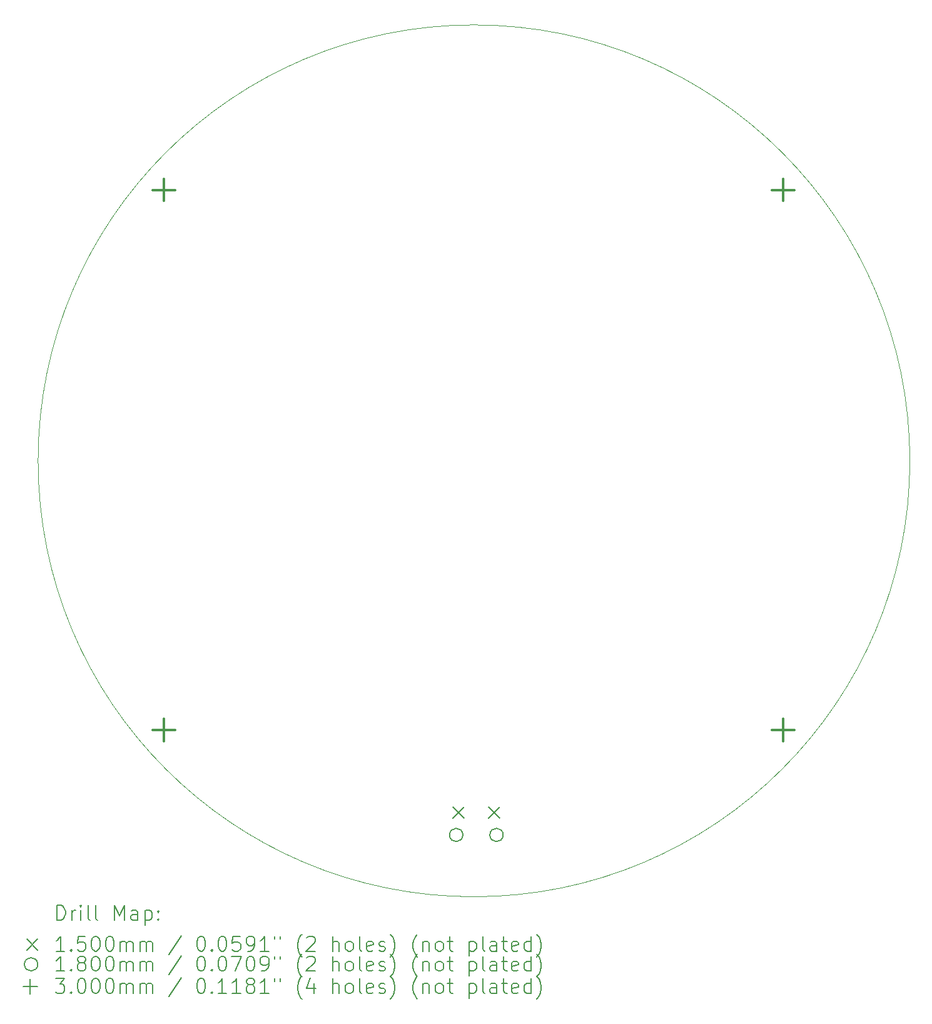
<source format=gbr>
%TF.GenerationSoftware,KiCad,Pcbnew,7.0.9*%
%TF.CreationDate,2023-11-29T17:20:41+01:00*%
%TF.ProjectId,astrasat1,61737472-6173-4617-9431-2e6b69636164,v1*%
%TF.SameCoordinates,Original*%
%TF.FileFunction,Drillmap*%
%TF.FilePolarity,Positive*%
%FSLAX45Y45*%
G04 Gerber Fmt 4.5, Leading zero omitted, Abs format (unit mm)*
G04 Created by KiCad (PCBNEW 7.0.9) date 2023-11-29 17:20:41*
%MOMM*%
%LPD*%
G01*
G04 APERTURE LIST*
%ADD10C,0.100000*%
%ADD11C,0.200000*%
%ADD12C,0.150000*%
%ADD13C,0.180000*%
%ADD14C,0.300000*%
G04 APERTURE END LIST*
D10*
X21081500Y-9436000D02*
G75*
G03*
X21081500Y-9436000I-5900000J0D01*
G01*
D11*
D12*
X14896000Y-14121500D02*
X15046000Y-14271500D01*
X15046000Y-14121500D02*
X14896000Y-14271500D01*
X15381000Y-14121500D02*
X15531000Y-14271500D01*
X15531000Y-14121500D02*
X15381000Y-14271500D01*
D13*
X15031000Y-14499500D02*
G75*
G03*
X15031000Y-14499500I-90000J0D01*
G01*
X15576000Y-14499500D02*
G75*
G03*
X15576000Y-14499500I-90000J0D01*
G01*
D14*
X10985500Y-5619000D02*
X10985500Y-5919000D01*
X10835500Y-5769000D02*
X11135500Y-5769000D01*
X10985500Y-12931000D02*
X10985500Y-13231000D01*
X10835500Y-13081000D02*
X11135500Y-13081000D01*
X19367500Y-5619000D02*
X19367500Y-5919000D01*
X19217500Y-5769000D02*
X19517500Y-5769000D01*
X19367500Y-12931000D02*
X19367500Y-13231000D01*
X19217500Y-13081000D02*
X19517500Y-13081000D01*
D11*
X9537277Y-15652484D02*
X9537277Y-15452484D01*
X9537277Y-15452484D02*
X9584896Y-15452484D01*
X9584896Y-15452484D02*
X9613467Y-15462008D01*
X9613467Y-15462008D02*
X9632515Y-15481055D01*
X9632515Y-15481055D02*
X9642039Y-15500103D01*
X9642039Y-15500103D02*
X9651563Y-15538198D01*
X9651563Y-15538198D02*
X9651563Y-15566769D01*
X9651563Y-15566769D02*
X9642039Y-15604865D01*
X9642039Y-15604865D02*
X9632515Y-15623912D01*
X9632515Y-15623912D02*
X9613467Y-15642960D01*
X9613467Y-15642960D02*
X9584896Y-15652484D01*
X9584896Y-15652484D02*
X9537277Y-15652484D01*
X9737277Y-15652484D02*
X9737277Y-15519150D01*
X9737277Y-15557246D02*
X9746801Y-15538198D01*
X9746801Y-15538198D02*
X9756324Y-15528674D01*
X9756324Y-15528674D02*
X9775372Y-15519150D01*
X9775372Y-15519150D02*
X9794420Y-15519150D01*
X9861086Y-15652484D02*
X9861086Y-15519150D01*
X9861086Y-15452484D02*
X9851563Y-15462008D01*
X9851563Y-15462008D02*
X9861086Y-15471531D01*
X9861086Y-15471531D02*
X9870610Y-15462008D01*
X9870610Y-15462008D02*
X9861086Y-15452484D01*
X9861086Y-15452484D02*
X9861086Y-15471531D01*
X9984896Y-15652484D02*
X9965848Y-15642960D01*
X9965848Y-15642960D02*
X9956324Y-15623912D01*
X9956324Y-15623912D02*
X9956324Y-15452484D01*
X10089658Y-15652484D02*
X10070610Y-15642960D01*
X10070610Y-15642960D02*
X10061086Y-15623912D01*
X10061086Y-15623912D02*
X10061086Y-15452484D01*
X10318229Y-15652484D02*
X10318229Y-15452484D01*
X10318229Y-15452484D02*
X10384896Y-15595341D01*
X10384896Y-15595341D02*
X10451563Y-15452484D01*
X10451563Y-15452484D02*
X10451563Y-15652484D01*
X10632515Y-15652484D02*
X10632515Y-15547722D01*
X10632515Y-15547722D02*
X10622991Y-15528674D01*
X10622991Y-15528674D02*
X10603944Y-15519150D01*
X10603944Y-15519150D02*
X10565848Y-15519150D01*
X10565848Y-15519150D02*
X10546801Y-15528674D01*
X10632515Y-15642960D02*
X10613467Y-15652484D01*
X10613467Y-15652484D02*
X10565848Y-15652484D01*
X10565848Y-15652484D02*
X10546801Y-15642960D01*
X10546801Y-15642960D02*
X10537277Y-15623912D01*
X10537277Y-15623912D02*
X10537277Y-15604865D01*
X10537277Y-15604865D02*
X10546801Y-15585817D01*
X10546801Y-15585817D02*
X10565848Y-15576293D01*
X10565848Y-15576293D02*
X10613467Y-15576293D01*
X10613467Y-15576293D02*
X10632515Y-15566769D01*
X10727753Y-15519150D02*
X10727753Y-15719150D01*
X10727753Y-15528674D02*
X10746801Y-15519150D01*
X10746801Y-15519150D02*
X10784896Y-15519150D01*
X10784896Y-15519150D02*
X10803944Y-15528674D01*
X10803944Y-15528674D02*
X10813467Y-15538198D01*
X10813467Y-15538198D02*
X10822991Y-15557246D01*
X10822991Y-15557246D02*
X10822991Y-15614388D01*
X10822991Y-15614388D02*
X10813467Y-15633436D01*
X10813467Y-15633436D02*
X10803944Y-15642960D01*
X10803944Y-15642960D02*
X10784896Y-15652484D01*
X10784896Y-15652484D02*
X10746801Y-15652484D01*
X10746801Y-15652484D02*
X10727753Y-15642960D01*
X10908705Y-15633436D02*
X10918229Y-15642960D01*
X10918229Y-15642960D02*
X10908705Y-15652484D01*
X10908705Y-15652484D02*
X10899182Y-15642960D01*
X10899182Y-15642960D02*
X10908705Y-15633436D01*
X10908705Y-15633436D02*
X10908705Y-15652484D01*
X10908705Y-15528674D02*
X10918229Y-15538198D01*
X10918229Y-15538198D02*
X10908705Y-15547722D01*
X10908705Y-15547722D02*
X10899182Y-15538198D01*
X10899182Y-15538198D02*
X10908705Y-15528674D01*
X10908705Y-15528674D02*
X10908705Y-15547722D01*
D12*
X9126500Y-15906000D02*
X9276500Y-16056000D01*
X9276500Y-15906000D02*
X9126500Y-16056000D01*
D11*
X9642039Y-16072484D02*
X9527753Y-16072484D01*
X9584896Y-16072484D02*
X9584896Y-15872484D01*
X9584896Y-15872484D02*
X9565848Y-15901055D01*
X9565848Y-15901055D02*
X9546801Y-15920103D01*
X9546801Y-15920103D02*
X9527753Y-15929627D01*
X9727753Y-16053436D02*
X9737277Y-16062960D01*
X9737277Y-16062960D02*
X9727753Y-16072484D01*
X9727753Y-16072484D02*
X9718229Y-16062960D01*
X9718229Y-16062960D02*
X9727753Y-16053436D01*
X9727753Y-16053436D02*
X9727753Y-16072484D01*
X9918229Y-15872484D02*
X9822991Y-15872484D01*
X9822991Y-15872484D02*
X9813467Y-15967722D01*
X9813467Y-15967722D02*
X9822991Y-15958198D01*
X9822991Y-15958198D02*
X9842039Y-15948674D01*
X9842039Y-15948674D02*
X9889658Y-15948674D01*
X9889658Y-15948674D02*
X9908705Y-15958198D01*
X9908705Y-15958198D02*
X9918229Y-15967722D01*
X9918229Y-15967722D02*
X9927753Y-15986769D01*
X9927753Y-15986769D02*
X9927753Y-16034388D01*
X9927753Y-16034388D02*
X9918229Y-16053436D01*
X9918229Y-16053436D02*
X9908705Y-16062960D01*
X9908705Y-16062960D02*
X9889658Y-16072484D01*
X9889658Y-16072484D02*
X9842039Y-16072484D01*
X9842039Y-16072484D02*
X9822991Y-16062960D01*
X9822991Y-16062960D02*
X9813467Y-16053436D01*
X10051563Y-15872484D02*
X10070610Y-15872484D01*
X10070610Y-15872484D02*
X10089658Y-15882008D01*
X10089658Y-15882008D02*
X10099182Y-15891531D01*
X10099182Y-15891531D02*
X10108705Y-15910579D01*
X10108705Y-15910579D02*
X10118229Y-15948674D01*
X10118229Y-15948674D02*
X10118229Y-15996293D01*
X10118229Y-15996293D02*
X10108705Y-16034388D01*
X10108705Y-16034388D02*
X10099182Y-16053436D01*
X10099182Y-16053436D02*
X10089658Y-16062960D01*
X10089658Y-16062960D02*
X10070610Y-16072484D01*
X10070610Y-16072484D02*
X10051563Y-16072484D01*
X10051563Y-16072484D02*
X10032515Y-16062960D01*
X10032515Y-16062960D02*
X10022991Y-16053436D01*
X10022991Y-16053436D02*
X10013467Y-16034388D01*
X10013467Y-16034388D02*
X10003944Y-15996293D01*
X10003944Y-15996293D02*
X10003944Y-15948674D01*
X10003944Y-15948674D02*
X10013467Y-15910579D01*
X10013467Y-15910579D02*
X10022991Y-15891531D01*
X10022991Y-15891531D02*
X10032515Y-15882008D01*
X10032515Y-15882008D02*
X10051563Y-15872484D01*
X10242039Y-15872484D02*
X10261086Y-15872484D01*
X10261086Y-15872484D02*
X10280134Y-15882008D01*
X10280134Y-15882008D02*
X10289658Y-15891531D01*
X10289658Y-15891531D02*
X10299182Y-15910579D01*
X10299182Y-15910579D02*
X10308705Y-15948674D01*
X10308705Y-15948674D02*
X10308705Y-15996293D01*
X10308705Y-15996293D02*
X10299182Y-16034388D01*
X10299182Y-16034388D02*
X10289658Y-16053436D01*
X10289658Y-16053436D02*
X10280134Y-16062960D01*
X10280134Y-16062960D02*
X10261086Y-16072484D01*
X10261086Y-16072484D02*
X10242039Y-16072484D01*
X10242039Y-16072484D02*
X10222991Y-16062960D01*
X10222991Y-16062960D02*
X10213467Y-16053436D01*
X10213467Y-16053436D02*
X10203944Y-16034388D01*
X10203944Y-16034388D02*
X10194420Y-15996293D01*
X10194420Y-15996293D02*
X10194420Y-15948674D01*
X10194420Y-15948674D02*
X10203944Y-15910579D01*
X10203944Y-15910579D02*
X10213467Y-15891531D01*
X10213467Y-15891531D02*
X10222991Y-15882008D01*
X10222991Y-15882008D02*
X10242039Y-15872484D01*
X10394420Y-16072484D02*
X10394420Y-15939150D01*
X10394420Y-15958198D02*
X10403944Y-15948674D01*
X10403944Y-15948674D02*
X10422991Y-15939150D01*
X10422991Y-15939150D02*
X10451563Y-15939150D01*
X10451563Y-15939150D02*
X10470610Y-15948674D01*
X10470610Y-15948674D02*
X10480134Y-15967722D01*
X10480134Y-15967722D02*
X10480134Y-16072484D01*
X10480134Y-15967722D02*
X10489658Y-15948674D01*
X10489658Y-15948674D02*
X10508705Y-15939150D01*
X10508705Y-15939150D02*
X10537277Y-15939150D01*
X10537277Y-15939150D02*
X10556325Y-15948674D01*
X10556325Y-15948674D02*
X10565848Y-15967722D01*
X10565848Y-15967722D02*
X10565848Y-16072484D01*
X10661086Y-16072484D02*
X10661086Y-15939150D01*
X10661086Y-15958198D02*
X10670610Y-15948674D01*
X10670610Y-15948674D02*
X10689658Y-15939150D01*
X10689658Y-15939150D02*
X10718229Y-15939150D01*
X10718229Y-15939150D02*
X10737277Y-15948674D01*
X10737277Y-15948674D02*
X10746801Y-15967722D01*
X10746801Y-15967722D02*
X10746801Y-16072484D01*
X10746801Y-15967722D02*
X10756325Y-15948674D01*
X10756325Y-15948674D02*
X10775372Y-15939150D01*
X10775372Y-15939150D02*
X10803944Y-15939150D01*
X10803944Y-15939150D02*
X10822991Y-15948674D01*
X10822991Y-15948674D02*
X10832515Y-15967722D01*
X10832515Y-15967722D02*
X10832515Y-16072484D01*
X11222991Y-15862960D02*
X11051563Y-16120103D01*
X11480134Y-15872484D02*
X11499182Y-15872484D01*
X11499182Y-15872484D02*
X11518229Y-15882008D01*
X11518229Y-15882008D02*
X11527753Y-15891531D01*
X11527753Y-15891531D02*
X11537277Y-15910579D01*
X11537277Y-15910579D02*
X11546801Y-15948674D01*
X11546801Y-15948674D02*
X11546801Y-15996293D01*
X11546801Y-15996293D02*
X11537277Y-16034388D01*
X11537277Y-16034388D02*
X11527753Y-16053436D01*
X11527753Y-16053436D02*
X11518229Y-16062960D01*
X11518229Y-16062960D02*
X11499182Y-16072484D01*
X11499182Y-16072484D02*
X11480134Y-16072484D01*
X11480134Y-16072484D02*
X11461086Y-16062960D01*
X11461086Y-16062960D02*
X11451563Y-16053436D01*
X11451563Y-16053436D02*
X11442039Y-16034388D01*
X11442039Y-16034388D02*
X11432515Y-15996293D01*
X11432515Y-15996293D02*
X11432515Y-15948674D01*
X11432515Y-15948674D02*
X11442039Y-15910579D01*
X11442039Y-15910579D02*
X11451563Y-15891531D01*
X11451563Y-15891531D02*
X11461086Y-15882008D01*
X11461086Y-15882008D02*
X11480134Y-15872484D01*
X11632515Y-16053436D02*
X11642039Y-16062960D01*
X11642039Y-16062960D02*
X11632515Y-16072484D01*
X11632515Y-16072484D02*
X11622991Y-16062960D01*
X11622991Y-16062960D02*
X11632515Y-16053436D01*
X11632515Y-16053436D02*
X11632515Y-16072484D01*
X11765848Y-15872484D02*
X11784896Y-15872484D01*
X11784896Y-15872484D02*
X11803944Y-15882008D01*
X11803944Y-15882008D02*
X11813467Y-15891531D01*
X11813467Y-15891531D02*
X11822991Y-15910579D01*
X11822991Y-15910579D02*
X11832515Y-15948674D01*
X11832515Y-15948674D02*
X11832515Y-15996293D01*
X11832515Y-15996293D02*
X11822991Y-16034388D01*
X11822991Y-16034388D02*
X11813467Y-16053436D01*
X11813467Y-16053436D02*
X11803944Y-16062960D01*
X11803944Y-16062960D02*
X11784896Y-16072484D01*
X11784896Y-16072484D02*
X11765848Y-16072484D01*
X11765848Y-16072484D02*
X11746801Y-16062960D01*
X11746801Y-16062960D02*
X11737277Y-16053436D01*
X11737277Y-16053436D02*
X11727753Y-16034388D01*
X11727753Y-16034388D02*
X11718229Y-15996293D01*
X11718229Y-15996293D02*
X11718229Y-15948674D01*
X11718229Y-15948674D02*
X11727753Y-15910579D01*
X11727753Y-15910579D02*
X11737277Y-15891531D01*
X11737277Y-15891531D02*
X11746801Y-15882008D01*
X11746801Y-15882008D02*
X11765848Y-15872484D01*
X12013467Y-15872484D02*
X11918229Y-15872484D01*
X11918229Y-15872484D02*
X11908706Y-15967722D01*
X11908706Y-15967722D02*
X11918229Y-15958198D01*
X11918229Y-15958198D02*
X11937277Y-15948674D01*
X11937277Y-15948674D02*
X11984896Y-15948674D01*
X11984896Y-15948674D02*
X12003944Y-15958198D01*
X12003944Y-15958198D02*
X12013467Y-15967722D01*
X12013467Y-15967722D02*
X12022991Y-15986769D01*
X12022991Y-15986769D02*
X12022991Y-16034388D01*
X12022991Y-16034388D02*
X12013467Y-16053436D01*
X12013467Y-16053436D02*
X12003944Y-16062960D01*
X12003944Y-16062960D02*
X11984896Y-16072484D01*
X11984896Y-16072484D02*
X11937277Y-16072484D01*
X11937277Y-16072484D02*
X11918229Y-16062960D01*
X11918229Y-16062960D02*
X11908706Y-16053436D01*
X12118229Y-16072484D02*
X12156325Y-16072484D01*
X12156325Y-16072484D02*
X12175372Y-16062960D01*
X12175372Y-16062960D02*
X12184896Y-16053436D01*
X12184896Y-16053436D02*
X12203944Y-16024865D01*
X12203944Y-16024865D02*
X12213467Y-15986769D01*
X12213467Y-15986769D02*
X12213467Y-15910579D01*
X12213467Y-15910579D02*
X12203944Y-15891531D01*
X12203944Y-15891531D02*
X12194420Y-15882008D01*
X12194420Y-15882008D02*
X12175372Y-15872484D01*
X12175372Y-15872484D02*
X12137277Y-15872484D01*
X12137277Y-15872484D02*
X12118229Y-15882008D01*
X12118229Y-15882008D02*
X12108706Y-15891531D01*
X12108706Y-15891531D02*
X12099182Y-15910579D01*
X12099182Y-15910579D02*
X12099182Y-15958198D01*
X12099182Y-15958198D02*
X12108706Y-15977246D01*
X12108706Y-15977246D02*
X12118229Y-15986769D01*
X12118229Y-15986769D02*
X12137277Y-15996293D01*
X12137277Y-15996293D02*
X12175372Y-15996293D01*
X12175372Y-15996293D02*
X12194420Y-15986769D01*
X12194420Y-15986769D02*
X12203944Y-15977246D01*
X12203944Y-15977246D02*
X12213467Y-15958198D01*
X12403944Y-16072484D02*
X12289658Y-16072484D01*
X12346801Y-16072484D02*
X12346801Y-15872484D01*
X12346801Y-15872484D02*
X12327753Y-15901055D01*
X12327753Y-15901055D02*
X12308706Y-15920103D01*
X12308706Y-15920103D02*
X12289658Y-15929627D01*
X12480134Y-15872484D02*
X12480134Y-15910579D01*
X12556325Y-15872484D02*
X12556325Y-15910579D01*
X12851563Y-16148674D02*
X12842039Y-16139150D01*
X12842039Y-16139150D02*
X12822991Y-16110579D01*
X12822991Y-16110579D02*
X12813468Y-16091531D01*
X12813468Y-16091531D02*
X12803944Y-16062960D01*
X12803944Y-16062960D02*
X12794420Y-16015341D01*
X12794420Y-16015341D02*
X12794420Y-15977246D01*
X12794420Y-15977246D02*
X12803944Y-15929627D01*
X12803944Y-15929627D02*
X12813468Y-15901055D01*
X12813468Y-15901055D02*
X12822991Y-15882008D01*
X12822991Y-15882008D02*
X12842039Y-15853436D01*
X12842039Y-15853436D02*
X12851563Y-15843912D01*
X12918229Y-15891531D02*
X12927753Y-15882008D01*
X12927753Y-15882008D02*
X12946801Y-15872484D01*
X12946801Y-15872484D02*
X12994420Y-15872484D01*
X12994420Y-15872484D02*
X13013468Y-15882008D01*
X13013468Y-15882008D02*
X13022991Y-15891531D01*
X13022991Y-15891531D02*
X13032515Y-15910579D01*
X13032515Y-15910579D02*
X13032515Y-15929627D01*
X13032515Y-15929627D02*
X13022991Y-15958198D01*
X13022991Y-15958198D02*
X12908706Y-16072484D01*
X12908706Y-16072484D02*
X13032515Y-16072484D01*
X13270610Y-16072484D02*
X13270610Y-15872484D01*
X13356325Y-16072484D02*
X13356325Y-15967722D01*
X13356325Y-15967722D02*
X13346801Y-15948674D01*
X13346801Y-15948674D02*
X13327753Y-15939150D01*
X13327753Y-15939150D02*
X13299182Y-15939150D01*
X13299182Y-15939150D02*
X13280134Y-15948674D01*
X13280134Y-15948674D02*
X13270610Y-15958198D01*
X13480134Y-16072484D02*
X13461087Y-16062960D01*
X13461087Y-16062960D02*
X13451563Y-16053436D01*
X13451563Y-16053436D02*
X13442039Y-16034388D01*
X13442039Y-16034388D02*
X13442039Y-15977246D01*
X13442039Y-15977246D02*
X13451563Y-15958198D01*
X13451563Y-15958198D02*
X13461087Y-15948674D01*
X13461087Y-15948674D02*
X13480134Y-15939150D01*
X13480134Y-15939150D02*
X13508706Y-15939150D01*
X13508706Y-15939150D02*
X13527753Y-15948674D01*
X13527753Y-15948674D02*
X13537277Y-15958198D01*
X13537277Y-15958198D02*
X13546801Y-15977246D01*
X13546801Y-15977246D02*
X13546801Y-16034388D01*
X13546801Y-16034388D02*
X13537277Y-16053436D01*
X13537277Y-16053436D02*
X13527753Y-16062960D01*
X13527753Y-16062960D02*
X13508706Y-16072484D01*
X13508706Y-16072484D02*
X13480134Y-16072484D01*
X13661087Y-16072484D02*
X13642039Y-16062960D01*
X13642039Y-16062960D02*
X13632515Y-16043912D01*
X13632515Y-16043912D02*
X13632515Y-15872484D01*
X13813468Y-16062960D02*
X13794420Y-16072484D01*
X13794420Y-16072484D02*
X13756325Y-16072484D01*
X13756325Y-16072484D02*
X13737277Y-16062960D01*
X13737277Y-16062960D02*
X13727753Y-16043912D01*
X13727753Y-16043912D02*
X13727753Y-15967722D01*
X13727753Y-15967722D02*
X13737277Y-15948674D01*
X13737277Y-15948674D02*
X13756325Y-15939150D01*
X13756325Y-15939150D02*
X13794420Y-15939150D01*
X13794420Y-15939150D02*
X13813468Y-15948674D01*
X13813468Y-15948674D02*
X13822991Y-15967722D01*
X13822991Y-15967722D02*
X13822991Y-15986769D01*
X13822991Y-15986769D02*
X13727753Y-16005817D01*
X13899182Y-16062960D02*
X13918230Y-16072484D01*
X13918230Y-16072484D02*
X13956325Y-16072484D01*
X13956325Y-16072484D02*
X13975372Y-16062960D01*
X13975372Y-16062960D02*
X13984896Y-16043912D01*
X13984896Y-16043912D02*
X13984896Y-16034388D01*
X13984896Y-16034388D02*
X13975372Y-16015341D01*
X13975372Y-16015341D02*
X13956325Y-16005817D01*
X13956325Y-16005817D02*
X13927753Y-16005817D01*
X13927753Y-16005817D02*
X13908706Y-15996293D01*
X13908706Y-15996293D02*
X13899182Y-15977246D01*
X13899182Y-15977246D02*
X13899182Y-15967722D01*
X13899182Y-15967722D02*
X13908706Y-15948674D01*
X13908706Y-15948674D02*
X13927753Y-15939150D01*
X13927753Y-15939150D02*
X13956325Y-15939150D01*
X13956325Y-15939150D02*
X13975372Y-15948674D01*
X14051563Y-16148674D02*
X14061087Y-16139150D01*
X14061087Y-16139150D02*
X14080134Y-16110579D01*
X14080134Y-16110579D02*
X14089658Y-16091531D01*
X14089658Y-16091531D02*
X14099182Y-16062960D01*
X14099182Y-16062960D02*
X14108706Y-16015341D01*
X14108706Y-16015341D02*
X14108706Y-15977246D01*
X14108706Y-15977246D02*
X14099182Y-15929627D01*
X14099182Y-15929627D02*
X14089658Y-15901055D01*
X14089658Y-15901055D02*
X14080134Y-15882008D01*
X14080134Y-15882008D02*
X14061087Y-15853436D01*
X14061087Y-15853436D02*
X14051563Y-15843912D01*
X14413468Y-16148674D02*
X14403944Y-16139150D01*
X14403944Y-16139150D02*
X14384896Y-16110579D01*
X14384896Y-16110579D02*
X14375372Y-16091531D01*
X14375372Y-16091531D02*
X14365849Y-16062960D01*
X14365849Y-16062960D02*
X14356325Y-16015341D01*
X14356325Y-16015341D02*
X14356325Y-15977246D01*
X14356325Y-15977246D02*
X14365849Y-15929627D01*
X14365849Y-15929627D02*
X14375372Y-15901055D01*
X14375372Y-15901055D02*
X14384896Y-15882008D01*
X14384896Y-15882008D02*
X14403944Y-15853436D01*
X14403944Y-15853436D02*
X14413468Y-15843912D01*
X14489658Y-15939150D02*
X14489658Y-16072484D01*
X14489658Y-15958198D02*
X14499182Y-15948674D01*
X14499182Y-15948674D02*
X14518230Y-15939150D01*
X14518230Y-15939150D02*
X14546801Y-15939150D01*
X14546801Y-15939150D02*
X14565849Y-15948674D01*
X14565849Y-15948674D02*
X14575372Y-15967722D01*
X14575372Y-15967722D02*
X14575372Y-16072484D01*
X14699182Y-16072484D02*
X14680134Y-16062960D01*
X14680134Y-16062960D02*
X14670611Y-16053436D01*
X14670611Y-16053436D02*
X14661087Y-16034388D01*
X14661087Y-16034388D02*
X14661087Y-15977246D01*
X14661087Y-15977246D02*
X14670611Y-15958198D01*
X14670611Y-15958198D02*
X14680134Y-15948674D01*
X14680134Y-15948674D02*
X14699182Y-15939150D01*
X14699182Y-15939150D02*
X14727753Y-15939150D01*
X14727753Y-15939150D02*
X14746801Y-15948674D01*
X14746801Y-15948674D02*
X14756325Y-15958198D01*
X14756325Y-15958198D02*
X14765849Y-15977246D01*
X14765849Y-15977246D02*
X14765849Y-16034388D01*
X14765849Y-16034388D02*
X14756325Y-16053436D01*
X14756325Y-16053436D02*
X14746801Y-16062960D01*
X14746801Y-16062960D02*
X14727753Y-16072484D01*
X14727753Y-16072484D02*
X14699182Y-16072484D01*
X14822992Y-15939150D02*
X14899182Y-15939150D01*
X14851563Y-15872484D02*
X14851563Y-16043912D01*
X14851563Y-16043912D02*
X14861087Y-16062960D01*
X14861087Y-16062960D02*
X14880134Y-16072484D01*
X14880134Y-16072484D02*
X14899182Y-16072484D01*
X15118230Y-15939150D02*
X15118230Y-16139150D01*
X15118230Y-15948674D02*
X15137277Y-15939150D01*
X15137277Y-15939150D02*
X15175373Y-15939150D01*
X15175373Y-15939150D02*
X15194420Y-15948674D01*
X15194420Y-15948674D02*
X15203944Y-15958198D01*
X15203944Y-15958198D02*
X15213468Y-15977246D01*
X15213468Y-15977246D02*
X15213468Y-16034388D01*
X15213468Y-16034388D02*
X15203944Y-16053436D01*
X15203944Y-16053436D02*
X15194420Y-16062960D01*
X15194420Y-16062960D02*
X15175373Y-16072484D01*
X15175373Y-16072484D02*
X15137277Y-16072484D01*
X15137277Y-16072484D02*
X15118230Y-16062960D01*
X15327753Y-16072484D02*
X15308706Y-16062960D01*
X15308706Y-16062960D02*
X15299182Y-16043912D01*
X15299182Y-16043912D02*
X15299182Y-15872484D01*
X15489658Y-16072484D02*
X15489658Y-15967722D01*
X15489658Y-15967722D02*
X15480134Y-15948674D01*
X15480134Y-15948674D02*
X15461087Y-15939150D01*
X15461087Y-15939150D02*
X15422992Y-15939150D01*
X15422992Y-15939150D02*
X15403944Y-15948674D01*
X15489658Y-16062960D02*
X15470611Y-16072484D01*
X15470611Y-16072484D02*
X15422992Y-16072484D01*
X15422992Y-16072484D02*
X15403944Y-16062960D01*
X15403944Y-16062960D02*
X15394420Y-16043912D01*
X15394420Y-16043912D02*
X15394420Y-16024865D01*
X15394420Y-16024865D02*
X15403944Y-16005817D01*
X15403944Y-16005817D02*
X15422992Y-15996293D01*
X15422992Y-15996293D02*
X15470611Y-15996293D01*
X15470611Y-15996293D02*
X15489658Y-15986769D01*
X15556325Y-15939150D02*
X15632515Y-15939150D01*
X15584896Y-15872484D02*
X15584896Y-16043912D01*
X15584896Y-16043912D02*
X15594420Y-16062960D01*
X15594420Y-16062960D02*
X15613468Y-16072484D01*
X15613468Y-16072484D02*
X15632515Y-16072484D01*
X15775373Y-16062960D02*
X15756325Y-16072484D01*
X15756325Y-16072484D02*
X15718230Y-16072484D01*
X15718230Y-16072484D02*
X15699182Y-16062960D01*
X15699182Y-16062960D02*
X15689658Y-16043912D01*
X15689658Y-16043912D02*
X15689658Y-15967722D01*
X15689658Y-15967722D02*
X15699182Y-15948674D01*
X15699182Y-15948674D02*
X15718230Y-15939150D01*
X15718230Y-15939150D02*
X15756325Y-15939150D01*
X15756325Y-15939150D02*
X15775373Y-15948674D01*
X15775373Y-15948674D02*
X15784896Y-15967722D01*
X15784896Y-15967722D02*
X15784896Y-15986769D01*
X15784896Y-15986769D02*
X15689658Y-16005817D01*
X15956325Y-16072484D02*
X15956325Y-15872484D01*
X15956325Y-16062960D02*
X15937277Y-16072484D01*
X15937277Y-16072484D02*
X15899182Y-16072484D01*
X15899182Y-16072484D02*
X15880134Y-16062960D01*
X15880134Y-16062960D02*
X15870611Y-16053436D01*
X15870611Y-16053436D02*
X15861087Y-16034388D01*
X15861087Y-16034388D02*
X15861087Y-15977246D01*
X15861087Y-15977246D02*
X15870611Y-15958198D01*
X15870611Y-15958198D02*
X15880134Y-15948674D01*
X15880134Y-15948674D02*
X15899182Y-15939150D01*
X15899182Y-15939150D02*
X15937277Y-15939150D01*
X15937277Y-15939150D02*
X15956325Y-15948674D01*
X16032515Y-16148674D02*
X16042039Y-16139150D01*
X16042039Y-16139150D02*
X16061087Y-16110579D01*
X16061087Y-16110579D02*
X16070611Y-16091531D01*
X16070611Y-16091531D02*
X16080134Y-16062960D01*
X16080134Y-16062960D02*
X16089658Y-16015341D01*
X16089658Y-16015341D02*
X16089658Y-15977246D01*
X16089658Y-15977246D02*
X16080134Y-15929627D01*
X16080134Y-15929627D02*
X16070611Y-15901055D01*
X16070611Y-15901055D02*
X16061087Y-15882008D01*
X16061087Y-15882008D02*
X16042039Y-15853436D01*
X16042039Y-15853436D02*
X16032515Y-15843912D01*
D13*
X9276500Y-16251000D02*
G75*
G03*
X9276500Y-16251000I-90000J0D01*
G01*
D11*
X9642039Y-16342484D02*
X9527753Y-16342484D01*
X9584896Y-16342484D02*
X9584896Y-16142484D01*
X9584896Y-16142484D02*
X9565848Y-16171055D01*
X9565848Y-16171055D02*
X9546801Y-16190103D01*
X9546801Y-16190103D02*
X9527753Y-16199627D01*
X9727753Y-16323436D02*
X9737277Y-16332960D01*
X9737277Y-16332960D02*
X9727753Y-16342484D01*
X9727753Y-16342484D02*
X9718229Y-16332960D01*
X9718229Y-16332960D02*
X9727753Y-16323436D01*
X9727753Y-16323436D02*
X9727753Y-16342484D01*
X9851563Y-16228198D02*
X9832515Y-16218674D01*
X9832515Y-16218674D02*
X9822991Y-16209150D01*
X9822991Y-16209150D02*
X9813467Y-16190103D01*
X9813467Y-16190103D02*
X9813467Y-16180579D01*
X9813467Y-16180579D02*
X9822991Y-16161531D01*
X9822991Y-16161531D02*
X9832515Y-16152008D01*
X9832515Y-16152008D02*
X9851563Y-16142484D01*
X9851563Y-16142484D02*
X9889658Y-16142484D01*
X9889658Y-16142484D02*
X9908705Y-16152008D01*
X9908705Y-16152008D02*
X9918229Y-16161531D01*
X9918229Y-16161531D02*
X9927753Y-16180579D01*
X9927753Y-16180579D02*
X9927753Y-16190103D01*
X9927753Y-16190103D02*
X9918229Y-16209150D01*
X9918229Y-16209150D02*
X9908705Y-16218674D01*
X9908705Y-16218674D02*
X9889658Y-16228198D01*
X9889658Y-16228198D02*
X9851563Y-16228198D01*
X9851563Y-16228198D02*
X9832515Y-16237722D01*
X9832515Y-16237722D02*
X9822991Y-16247246D01*
X9822991Y-16247246D02*
X9813467Y-16266293D01*
X9813467Y-16266293D02*
X9813467Y-16304388D01*
X9813467Y-16304388D02*
X9822991Y-16323436D01*
X9822991Y-16323436D02*
X9832515Y-16332960D01*
X9832515Y-16332960D02*
X9851563Y-16342484D01*
X9851563Y-16342484D02*
X9889658Y-16342484D01*
X9889658Y-16342484D02*
X9908705Y-16332960D01*
X9908705Y-16332960D02*
X9918229Y-16323436D01*
X9918229Y-16323436D02*
X9927753Y-16304388D01*
X9927753Y-16304388D02*
X9927753Y-16266293D01*
X9927753Y-16266293D02*
X9918229Y-16247246D01*
X9918229Y-16247246D02*
X9908705Y-16237722D01*
X9908705Y-16237722D02*
X9889658Y-16228198D01*
X10051563Y-16142484D02*
X10070610Y-16142484D01*
X10070610Y-16142484D02*
X10089658Y-16152008D01*
X10089658Y-16152008D02*
X10099182Y-16161531D01*
X10099182Y-16161531D02*
X10108705Y-16180579D01*
X10108705Y-16180579D02*
X10118229Y-16218674D01*
X10118229Y-16218674D02*
X10118229Y-16266293D01*
X10118229Y-16266293D02*
X10108705Y-16304388D01*
X10108705Y-16304388D02*
X10099182Y-16323436D01*
X10099182Y-16323436D02*
X10089658Y-16332960D01*
X10089658Y-16332960D02*
X10070610Y-16342484D01*
X10070610Y-16342484D02*
X10051563Y-16342484D01*
X10051563Y-16342484D02*
X10032515Y-16332960D01*
X10032515Y-16332960D02*
X10022991Y-16323436D01*
X10022991Y-16323436D02*
X10013467Y-16304388D01*
X10013467Y-16304388D02*
X10003944Y-16266293D01*
X10003944Y-16266293D02*
X10003944Y-16218674D01*
X10003944Y-16218674D02*
X10013467Y-16180579D01*
X10013467Y-16180579D02*
X10022991Y-16161531D01*
X10022991Y-16161531D02*
X10032515Y-16152008D01*
X10032515Y-16152008D02*
X10051563Y-16142484D01*
X10242039Y-16142484D02*
X10261086Y-16142484D01*
X10261086Y-16142484D02*
X10280134Y-16152008D01*
X10280134Y-16152008D02*
X10289658Y-16161531D01*
X10289658Y-16161531D02*
X10299182Y-16180579D01*
X10299182Y-16180579D02*
X10308705Y-16218674D01*
X10308705Y-16218674D02*
X10308705Y-16266293D01*
X10308705Y-16266293D02*
X10299182Y-16304388D01*
X10299182Y-16304388D02*
X10289658Y-16323436D01*
X10289658Y-16323436D02*
X10280134Y-16332960D01*
X10280134Y-16332960D02*
X10261086Y-16342484D01*
X10261086Y-16342484D02*
X10242039Y-16342484D01*
X10242039Y-16342484D02*
X10222991Y-16332960D01*
X10222991Y-16332960D02*
X10213467Y-16323436D01*
X10213467Y-16323436D02*
X10203944Y-16304388D01*
X10203944Y-16304388D02*
X10194420Y-16266293D01*
X10194420Y-16266293D02*
X10194420Y-16218674D01*
X10194420Y-16218674D02*
X10203944Y-16180579D01*
X10203944Y-16180579D02*
X10213467Y-16161531D01*
X10213467Y-16161531D02*
X10222991Y-16152008D01*
X10222991Y-16152008D02*
X10242039Y-16142484D01*
X10394420Y-16342484D02*
X10394420Y-16209150D01*
X10394420Y-16228198D02*
X10403944Y-16218674D01*
X10403944Y-16218674D02*
X10422991Y-16209150D01*
X10422991Y-16209150D02*
X10451563Y-16209150D01*
X10451563Y-16209150D02*
X10470610Y-16218674D01*
X10470610Y-16218674D02*
X10480134Y-16237722D01*
X10480134Y-16237722D02*
X10480134Y-16342484D01*
X10480134Y-16237722D02*
X10489658Y-16218674D01*
X10489658Y-16218674D02*
X10508705Y-16209150D01*
X10508705Y-16209150D02*
X10537277Y-16209150D01*
X10537277Y-16209150D02*
X10556325Y-16218674D01*
X10556325Y-16218674D02*
X10565848Y-16237722D01*
X10565848Y-16237722D02*
X10565848Y-16342484D01*
X10661086Y-16342484D02*
X10661086Y-16209150D01*
X10661086Y-16228198D02*
X10670610Y-16218674D01*
X10670610Y-16218674D02*
X10689658Y-16209150D01*
X10689658Y-16209150D02*
X10718229Y-16209150D01*
X10718229Y-16209150D02*
X10737277Y-16218674D01*
X10737277Y-16218674D02*
X10746801Y-16237722D01*
X10746801Y-16237722D02*
X10746801Y-16342484D01*
X10746801Y-16237722D02*
X10756325Y-16218674D01*
X10756325Y-16218674D02*
X10775372Y-16209150D01*
X10775372Y-16209150D02*
X10803944Y-16209150D01*
X10803944Y-16209150D02*
X10822991Y-16218674D01*
X10822991Y-16218674D02*
X10832515Y-16237722D01*
X10832515Y-16237722D02*
X10832515Y-16342484D01*
X11222991Y-16132960D02*
X11051563Y-16390103D01*
X11480134Y-16142484D02*
X11499182Y-16142484D01*
X11499182Y-16142484D02*
X11518229Y-16152008D01*
X11518229Y-16152008D02*
X11527753Y-16161531D01*
X11527753Y-16161531D02*
X11537277Y-16180579D01*
X11537277Y-16180579D02*
X11546801Y-16218674D01*
X11546801Y-16218674D02*
X11546801Y-16266293D01*
X11546801Y-16266293D02*
X11537277Y-16304388D01*
X11537277Y-16304388D02*
X11527753Y-16323436D01*
X11527753Y-16323436D02*
X11518229Y-16332960D01*
X11518229Y-16332960D02*
X11499182Y-16342484D01*
X11499182Y-16342484D02*
X11480134Y-16342484D01*
X11480134Y-16342484D02*
X11461086Y-16332960D01*
X11461086Y-16332960D02*
X11451563Y-16323436D01*
X11451563Y-16323436D02*
X11442039Y-16304388D01*
X11442039Y-16304388D02*
X11432515Y-16266293D01*
X11432515Y-16266293D02*
X11432515Y-16218674D01*
X11432515Y-16218674D02*
X11442039Y-16180579D01*
X11442039Y-16180579D02*
X11451563Y-16161531D01*
X11451563Y-16161531D02*
X11461086Y-16152008D01*
X11461086Y-16152008D02*
X11480134Y-16142484D01*
X11632515Y-16323436D02*
X11642039Y-16332960D01*
X11642039Y-16332960D02*
X11632515Y-16342484D01*
X11632515Y-16342484D02*
X11622991Y-16332960D01*
X11622991Y-16332960D02*
X11632515Y-16323436D01*
X11632515Y-16323436D02*
X11632515Y-16342484D01*
X11765848Y-16142484D02*
X11784896Y-16142484D01*
X11784896Y-16142484D02*
X11803944Y-16152008D01*
X11803944Y-16152008D02*
X11813467Y-16161531D01*
X11813467Y-16161531D02*
X11822991Y-16180579D01*
X11822991Y-16180579D02*
X11832515Y-16218674D01*
X11832515Y-16218674D02*
X11832515Y-16266293D01*
X11832515Y-16266293D02*
X11822991Y-16304388D01*
X11822991Y-16304388D02*
X11813467Y-16323436D01*
X11813467Y-16323436D02*
X11803944Y-16332960D01*
X11803944Y-16332960D02*
X11784896Y-16342484D01*
X11784896Y-16342484D02*
X11765848Y-16342484D01*
X11765848Y-16342484D02*
X11746801Y-16332960D01*
X11746801Y-16332960D02*
X11737277Y-16323436D01*
X11737277Y-16323436D02*
X11727753Y-16304388D01*
X11727753Y-16304388D02*
X11718229Y-16266293D01*
X11718229Y-16266293D02*
X11718229Y-16218674D01*
X11718229Y-16218674D02*
X11727753Y-16180579D01*
X11727753Y-16180579D02*
X11737277Y-16161531D01*
X11737277Y-16161531D02*
X11746801Y-16152008D01*
X11746801Y-16152008D02*
X11765848Y-16142484D01*
X11899182Y-16142484D02*
X12032515Y-16142484D01*
X12032515Y-16142484D02*
X11946801Y-16342484D01*
X12146801Y-16142484D02*
X12165848Y-16142484D01*
X12165848Y-16142484D02*
X12184896Y-16152008D01*
X12184896Y-16152008D02*
X12194420Y-16161531D01*
X12194420Y-16161531D02*
X12203944Y-16180579D01*
X12203944Y-16180579D02*
X12213467Y-16218674D01*
X12213467Y-16218674D02*
X12213467Y-16266293D01*
X12213467Y-16266293D02*
X12203944Y-16304388D01*
X12203944Y-16304388D02*
X12194420Y-16323436D01*
X12194420Y-16323436D02*
X12184896Y-16332960D01*
X12184896Y-16332960D02*
X12165848Y-16342484D01*
X12165848Y-16342484D02*
X12146801Y-16342484D01*
X12146801Y-16342484D02*
X12127753Y-16332960D01*
X12127753Y-16332960D02*
X12118229Y-16323436D01*
X12118229Y-16323436D02*
X12108706Y-16304388D01*
X12108706Y-16304388D02*
X12099182Y-16266293D01*
X12099182Y-16266293D02*
X12099182Y-16218674D01*
X12099182Y-16218674D02*
X12108706Y-16180579D01*
X12108706Y-16180579D02*
X12118229Y-16161531D01*
X12118229Y-16161531D02*
X12127753Y-16152008D01*
X12127753Y-16152008D02*
X12146801Y-16142484D01*
X12308706Y-16342484D02*
X12346801Y-16342484D01*
X12346801Y-16342484D02*
X12365848Y-16332960D01*
X12365848Y-16332960D02*
X12375372Y-16323436D01*
X12375372Y-16323436D02*
X12394420Y-16294865D01*
X12394420Y-16294865D02*
X12403944Y-16256769D01*
X12403944Y-16256769D02*
X12403944Y-16180579D01*
X12403944Y-16180579D02*
X12394420Y-16161531D01*
X12394420Y-16161531D02*
X12384896Y-16152008D01*
X12384896Y-16152008D02*
X12365848Y-16142484D01*
X12365848Y-16142484D02*
X12327753Y-16142484D01*
X12327753Y-16142484D02*
X12308706Y-16152008D01*
X12308706Y-16152008D02*
X12299182Y-16161531D01*
X12299182Y-16161531D02*
X12289658Y-16180579D01*
X12289658Y-16180579D02*
X12289658Y-16228198D01*
X12289658Y-16228198D02*
X12299182Y-16247246D01*
X12299182Y-16247246D02*
X12308706Y-16256769D01*
X12308706Y-16256769D02*
X12327753Y-16266293D01*
X12327753Y-16266293D02*
X12365848Y-16266293D01*
X12365848Y-16266293D02*
X12384896Y-16256769D01*
X12384896Y-16256769D02*
X12394420Y-16247246D01*
X12394420Y-16247246D02*
X12403944Y-16228198D01*
X12480134Y-16142484D02*
X12480134Y-16180579D01*
X12556325Y-16142484D02*
X12556325Y-16180579D01*
X12851563Y-16418674D02*
X12842039Y-16409150D01*
X12842039Y-16409150D02*
X12822991Y-16380579D01*
X12822991Y-16380579D02*
X12813468Y-16361531D01*
X12813468Y-16361531D02*
X12803944Y-16332960D01*
X12803944Y-16332960D02*
X12794420Y-16285341D01*
X12794420Y-16285341D02*
X12794420Y-16247246D01*
X12794420Y-16247246D02*
X12803944Y-16199627D01*
X12803944Y-16199627D02*
X12813468Y-16171055D01*
X12813468Y-16171055D02*
X12822991Y-16152008D01*
X12822991Y-16152008D02*
X12842039Y-16123436D01*
X12842039Y-16123436D02*
X12851563Y-16113912D01*
X12918229Y-16161531D02*
X12927753Y-16152008D01*
X12927753Y-16152008D02*
X12946801Y-16142484D01*
X12946801Y-16142484D02*
X12994420Y-16142484D01*
X12994420Y-16142484D02*
X13013468Y-16152008D01*
X13013468Y-16152008D02*
X13022991Y-16161531D01*
X13022991Y-16161531D02*
X13032515Y-16180579D01*
X13032515Y-16180579D02*
X13032515Y-16199627D01*
X13032515Y-16199627D02*
X13022991Y-16228198D01*
X13022991Y-16228198D02*
X12908706Y-16342484D01*
X12908706Y-16342484D02*
X13032515Y-16342484D01*
X13270610Y-16342484D02*
X13270610Y-16142484D01*
X13356325Y-16342484D02*
X13356325Y-16237722D01*
X13356325Y-16237722D02*
X13346801Y-16218674D01*
X13346801Y-16218674D02*
X13327753Y-16209150D01*
X13327753Y-16209150D02*
X13299182Y-16209150D01*
X13299182Y-16209150D02*
X13280134Y-16218674D01*
X13280134Y-16218674D02*
X13270610Y-16228198D01*
X13480134Y-16342484D02*
X13461087Y-16332960D01*
X13461087Y-16332960D02*
X13451563Y-16323436D01*
X13451563Y-16323436D02*
X13442039Y-16304388D01*
X13442039Y-16304388D02*
X13442039Y-16247246D01*
X13442039Y-16247246D02*
X13451563Y-16228198D01*
X13451563Y-16228198D02*
X13461087Y-16218674D01*
X13461087Y-16218674D02*
X13480134Y-16209150D01*
X13480134Y-16209150D02*
X13508706Y-16209150D01*
X13508706Y-16209150D02*
X13527753Y-16218674D01*
X13527753Y-16218674D02*
X13537277Y-16228198D01*
X13537277Y-16228198D02*
X13546801Y-16247246D01*
X13546801Y-16247246D02*
X13546801Y-16304388D01*
X13546801Y-16304388D02*
X13537277Y-16323436D01*
X13537277Y-16323436D02*
X13527753Y-16332960D01*
X13527753Y-16332960D02*
X13508706Y-16342484D01*
X13508706Y-16342484D02*
X13480134Y-16342484D01*
X13661087Y-16342484D02*
X13642039Y-16332960D01*
X13642039Y-16332960D02*
X13632515Y-16313912D01*
X13632515Y-16313912D02*
X13632515Y-16142484D01*
X13813468Y-16332960D02*
X13794420Y-16342484D01*
X13794420Y-16342484D02*
X13756325Y-16342484D01*
X13756325Y-16342484D02*
X13737277Y-16332960D01*
X13737277Y-16332960D02*
X13727753Y-16313912D01*
X13727753Y-16313912D02*
X13727753Y-16237722D01*
X13727753Y-16237722D02*
X13737277Y-16218674D01*
X13737277Y-16218674D02*
X13756325Y-16209150D01*
X13756325Y-16209150D02*
X13794420Y-16209150D01*
X13794420Y-16209150D02*
X13813468Y-16218674D01*
X13813468Y-16218674D02*
X13822991Y-16237722D01*
X13822991Y-16237722D02*
X13822991Y-16256769D01*
X13822991Y-16256769D02*
X13727753Y-16275817D01*
X13899182Y-16332960D02*
X13918230Y-16342484D01*
X13918230Y-16342484D02*
X13956325Y-16342484D01*
X13956325Y-16342484D02*
X13975372Y-16332960D01*
X13975372Y-16332960D02*
X13984896Y-16313912D01*
X13984896Y-16313912D02*
X13984896Y-16304388D01*
X13984896Y-16304388D02*
X13975372Y-16285341D01*
X13975372Y-16285341D02*
X13956325Y-16275817D01*
X13956325Y-16275817D02*
X13927753Y-16275817D01*
X13927753Y-16275817D02*
X13908706Y-16266293D01*
X13908706Y-16266293D02*
X13899182Y-16247246D01*
X13899182Y-16247246D02*
X13899182Y-16237722D01*
X13899182Y-16237722D02*
X13908706Y-16218674D01*
X13908706Y-16218674D02*
X13927753Y-16209150D01*
X13927753Y-16209150D02*
X13956325Y-16209150D01*
X13956325Y-16209150D02*
X13975372Y-16218674D01*
X14051563Y-16418674D02*
X14061087Y-16409150D01*
X14061087Y-16409150D02*
X14080134Y-16380579D01*
X14080134Y-16380579D02*
X14089658Y-16361531D01*
X14089658Y-16361531D02*
X14099182Y-16332960D01*
X14099182Y-16332960D02*
X14108706Y-16285341D01*
X14108706Y-16285341D02*
X14108706Y-16247246D01*
X14108706Y-16247246D02*
X14099182Y-16199627D01*
X14099182Y-16199627D02*
X14089658Y-16171055D01*
X14089658Y-16171055D02*
X14080134Y-16152008D01*
X14080134Y-16152008D02*
X14061087Y-16123436D01*
X14061087Y-16123436D02*
X14051563Y-16113912D01*
X14413468Y-16418674D02*
X14403944Y-16409150D01*
X14403944Y-16409150D02*
X14384896Y-16380579D01*
X14384896Y-16380579D02*
X14375372Y-16361531D01*
X14375372Y-16361531D02*
X14365849Y-16332960D01*
X14365849Y-16332960D02*
X14356325Y-16285341D01*
X14356325Y-16285341D02*
X14356325Y-16247246D01*
X14356325Y-16247246D02*
X14365849Y-16199627D01*
X14365849Y-16199627D02*
X14375372Y-16171055D01*
X14375372Y-16171055D02*
X14384896Y-16152008D01*
X14384896Y-16152008D02*
X14403944Y-16123436D01*
X14403944Y-16123436D02*
X14413468Y-16113912D01*
X14489658Y-16209150D02*
X14489658Y-16342484D01*
X14489658Y-16228198D02*
X14499182Y-16218674D01*
X14499182Y-16218674D02*
X14518230Y-16209150D01*
X14518230Y-16209150D02*
X14546801Y-16209150D01*
X14546801Y-16209150D02*
X14565849Y-16218674D01*
X14565849Y-16218674D02*
X14575372Y-16237722D01*
X14575372Y-16237722D02*
X14575372Y-16342484D01*
X14699182Y-16342484D02*
X14680134Y-16332960D01*
X14680134Y-16332960D02*
X14670611Y-16323436D01*
X14670611Y-16323436D02*
X14661087Y-16304388D01*
X14661087Y-16304388D02*
X14661087Y-16247246D01*
X14661087Y-16247246D02*
X14670611Y-16228198D01*
X14670611Y-16228198D02*
X14680134Y-16218674D01*
X14680134Y-16218674D02*
X14699182Y-16209150D01*
X14699182Y-16209150D02*
X14727753Y-16209150D01*
X14727753Y-16209150D02*
X14746801Y-16218674D01*
X14746801Y-16218674D02*
X14756325Y-16228198D01*
X14756325Y-16228198D02*
X14765849Y-16247246D01*
X14765849Y-16247246D02*
X14765849Y-16304388D01*
X14765849Y-16304388D02*
X14756325Y-16323436D01*
X14756325Y-16323436D02*
X14746801Y-16332960D01*
X14746801Y-16332960D02*
X14727753Y-16342484D01*
X14727753Y-16342484D02*
X14699182Y-16342484D01*
X14822992Y-16209150D02*
X14899182Y-16209150D01*
X14851563Y-16142484D02*
X14851563Y-16313912D01*
X14851563Y-16313912D02*
X14861087Y-16332960D01*
X14861087Y-16332960D02*
X14880134Y-16342484D01*
X14880134Y-16342484D02*
X14899182Y-16342484D01*
X15118230Y-16209150D02*
X15118230Y-16409150D01*
X15118230Y-16218674D02*
X15137277Y-16209150D01*
X15137277Y-16209150D02*
X15175373Y-16209150D01*
X15175373Y-16209150D02*
X15194420Y-16218674D01*
X15194420Y-16218674D02*
X15203944Y-16228198D01*
X15203944Y-16228198D02*
X15213468Y-16247246D01*
X15213468Y-16247246D02*
X15213468Y-16304388D01*
X15213468Y-16304388D02*
X15203944Y-16323436D01*
X15203944Y-16323436D02*
X15194420Y-16332960D01*
X15194420Y-16332960D02*
X15175373Y-16342484D01*
X15175373Y-16342484D02*
X15137277Y-16342484D01*
X15137277Y-16342484D02*
X15118230Y-16332960D01*
X15327753Y-16342484D02*
X15308706Y-16332960D01*
X15308706Y-16332960D02*
X15299182Y-16313912D01*
X15299182Y-16313912D02*
X15299182Y-16142484D01*
X15489658Y-16342484D02*
X15489658Y-16237722D01*
X15489658Y-16237722D02*
X15480134Y-16218674D01*
X15480134Y-16218674D02*
X15461087Y-16209150D01*
X15461087Y-16209150D02*
X15422992Y-16209150D01*
X15422992Y-16209150D02*
X15403944Y-16218674D01*
X15489658Y-16332960D02*
X15470611Y-16342484D01*
X15470611Y-16342484D02*
X15422992Y-16342484D01*
X15422992Y-16342484D02*
X15403944Y-16332960D01*
X15403944Y-16332960D02*
X15394420Y-16313912D01*
X15394420Y-16313912D02*
X15394420Y-16294865D01*
X15394420Y-16294865D02*
X15403944Y-16275817D01*
X15403944Y-16275817D02*
X15422992Y-16266293D01*
X15422992Y-16266293D02*
X15470611Y-16266293D01*
X15470611Y-16266293D02*
X15489658Y-16256769D01*
X15556325Y-16209150D02*
X15632515Y-16209150D01*
X15584896Y-16142484D02*
X15584896Y-16313912D01*
X15584896Y-16313912D02*
X15594420Y-16332960D01*
X15594420Y-16332960D02*
X15613468Y-16342484D01*
X15613468Y-16342484D02*
X15632515Y-16342484D01*
X15775373Y-16332960D02*
X15756325Y-16342484D01*
X15756325Y-16342484D02*
X15718230Y-16342484D01*
X15718230Y-16342484D02*
X15699182Y-16332960D01*
X15699182Y-16332960D02*
X15689658Y-16313912D01*
X15689658Y-16313912D02*
X15689658Y-16237722D01*
X15689658Y-16237722D02*
X15699182Y-16218674D01*
X15699182Y-16218674D02*
X15718230Y-16209150D01*
X15718230Y-16209150D02*
X15756325Y-16209150D01*
X15756325Y-16209150D02*
X15775373Y-16218674D01*
X15775373Y-16218674D02*
X15784896Y-16237722D01*
X15784896Y-16237722D02*
X15784896Y-16256769D01*
X15784896Y-16256769D02*
X15689658Y-16275817D01*
X15956325Y-16342484D02*
X15956325Y-16142484D01*
X15956325Y-16332960D02*
X15937277Y-16342484D01*
X15937277Y-16342484D02*
X15899182Y-16342484D01*
X15899182Y-16342484D02*
X15880134Y-16332960D01*
X15880134Y-16332960D02*
X15870611Y-16323436D01*
X15870611Y-16323436D02*
X15861087Y-16304388D01*
X15861087Y-16304388D02*
X15861087Y-16247246D01*
X15861087Y-16247246D02*
X15870611Y-16228198D01*
X15870611Y-16228198D02*
X15880134Y-16218674D01*
X15880134Y-16218674D02*
X15899182Y-16209150D01*
X15899182Y-16209150D02*
X15937277Y-16209150D01*
X15937277Y-16209150D02*
X15956325Y-16218674D01*
X16032515Y-16418674D02*
X16042039Y-16409150D01*
X16042039Y-16409150D02*
X16061087Y-16380579D01*
X16061087Y-16380579D02*
X16070611Y-16361531D01*
X16070611Y-16361531D02*
X16080134Y-16332960D01*
X16080134Y-16332960D02*
X16089658Y-16285341D01*
X16089658Y-16285341D02*
X16089658Y-16247246D01*
X16089658Y-16247246D02*
X16080134Y-16199627D01*
X16080134Y-16199627D02*
X16070611Y-16171055D01*
X16070611Y-16171055D02*
X16061087Y-16152008D01*
X16061087Y-16152008D02*
X16042039Y-16123436D01*
X16042039Y-16123436D02*
X16032515Y-16113912D01*
X9176500Y-16451000D02*
X9176500Y-16651000D01*
X9076500Y-16551000D02*
X9276500Y-16551000D01*
X9518229Y-16442484D02*
X9642039Y-16442484D01*
X9642039Y-16442484D02*
X9575372Y-16518674D01*
X9575372Y-16518674D02*
X9603944Y-16518674D01*
X9603944Y-16518674D02*
X9622991Y-16528198D01*
X9622991Y-16528198D02*
X9632515Y-16537722D01*
X9632515Y-16537722D02*
X9642039Y-16556769D01*
X9642039Y-16556769D02*
X9642039Y-16604388D01*
X9642039Y-16604388D02*
X9632515Y-16623436D01*
X9632515Y-16623436D02*
X9622991Y-16632960D01*
X9622991Y-16632960D02*
X9603944Y-16642484D01*
X9603944Y-16642484D02*
X9546801Y-16642484D01*
X9546801Y-16642484D02*
X9527753Y-16632960D01*
X9527753Y-16632960D02*
X9518229Y-16623436D01*
X9727753Y-16623436D02*
X9737277Y-16632960D01*
X9737277Y-16632960D02*
X9727753Y-16642484D01*
X9727753Y-16642484D02*
X9718229Y-16632960D01*
X9718229Y-16632960D02*
X9727753Y-16623436D01*
X9727753Y-16623436D02*
X9727753Y-16642484D01*
X9861086Y-16442484D02*
X9880134Y-16442484D01*
X9880134Y-16442484D02*
X9899182Y-16452008D01*
X9899182Y-16452008D02*
X9908705Y-16461531D01*
X9908705Y-16461531D02*
X9918229Y-16480579D01*
X9918229Y-16480579D02*
X9927753Y-16518674D01*
X9927753Y-16518674D02*
X9927753Y-16566293D01*
X9927753Y-16566293D02*
X9918229Y-16604388D01*
X9918229Y-16604388D02*
X9908705Y-16623436D01*
X9908705Y-16623436D02*
X9899182Y-16632960D01*
X9899182Y-16632960D02*
X9880134Y-16642484D01*
X9880134Y-16642484D02*
X9861086Y-16642484D01*
X9861086Y-16642484D02*
X9842039Y-16632960D01*
X9842039Y-16632960D02*
X9832515Y-16623436D01*
X9832515Y-16623436D02*
X9822991Y-16604388D01*
X9822991Y-16604388D02*
X9813467Y-16566293D01*
X9813467Y-16566293D02*
X9813467Y-16518674D01*
X9813467Y-16518674D02*
X9822991Y-16480579D01*
X9822991Y-16480579D02*
X9832515Y-16461531D01*
X9832515Y-16461531D02*
X9842039Y-16452008D01*
X9842039Y-16452008D02*
X9861086Y-16442484D01*
X10051563Y-16442484D02*
X10070610Y-16442484D01*
X10070610Y-16442484D02*
X10089658Y-16452008D01*
X10089658Y-16452008D02*
X10099182Y-16461531D01*
X10099182Y-16461531D02*
X10108705Y-16480579D01*
X10108705Y-16480579D02*
X10118229Y-16518674D01*
X10118229Y-16518674D02*
X10118229Y-16566293D01*
X10118229Y-16566293D02*
X10108705Y-16604388D01*
X10108705Y-16604388D02*
X10099182Y-16623436D01*
X10099182Y-16623436D02*
X10089658Y-16632960D01*
X10089658Y-16632960D02*
X10070610Y-16642484D01*
X10070610Y-16642484D02*
X10051563Y-16642484D01*
X10051563Y-16642484D02*
X10032515Y-16632960D01*
X10032515Y-16632960D02*
X10022991Y-16623436D01*
X10022991Y-16623436D02*
X10013467Y-16604388D01*
X10013467Y-16604388D02*
X10003944Y-16566293D01*
X10003944Y-16566293D02*
X10003944Y-16518674D01*
X10003944Y-16518674D02*
X10013467Y-16480579D01*
X10013467Y-16480579D02*
X10022991Y-16461531D01*
X10022991Y-16461531D02*
X10032515Y-16452008D01*
X10032515Y-16452008D02*
X10051563Y-16442484D01*
X10242039Y-16442484D02*
X10261086Y-16442484D01*
X10261086Y-16442484D02*
X10280134Y-16452008D01*
X10280134Y-16452008D02*
X10289658Y-16461531D01*
X10289658Y-16461531D02*
X10299182Y-16480579D01*
X10299182Y-16480579D02*
X10308705Y-16518674D01*
X10308705Y-16518674D02*
X10308705Y-16566293D01*
X10308705Y-16566293D02*
X10299182Y-16604388D01*
X10299182Y-16604388D02*
X10289658Y-16623436D01*
X10289658Y-16623436D02*
X10280134Y-16632960D01*
X10280134Y-16632960D02*
X10261086Y-16642484D01*
X10261086Y-16642484D02*
X10242039Y-16642484D01*
X10242039Y-16642484D02*
X10222991Y-16632960D01*
X10222991Y-16632960D02*
X10213467Y-16623436D01*
X10213467Y-16623436D02*
X10203944Y-16604388D01*
X10203944Y-16604388D02*
X10194420Y-16566293D01*
X10194420Y-16566293D02*
X10194420Y-16518674D01*
X10194420Y-16518674D02*
X10203944Y-16480579D01*
X10203944Y-16480579D02*
X10213467Y-16461531D01*
X10213467Y-16461531D02*
X10222991Y-16452008D01*
X10222991Y-16452008D02*
X10242039Y-16442484D01*
X10394420Y-16642484D02*
X10394420Y-16509150D01*
X10394420Y-16528198D02*
X10403944Y-16518674D01*
X10403944Y-16518674D02*
X10422991Y-16509150D01*
X10422991Y-16509150D02*
X10451563Y-16509150D01*
X10451563Y-16509150D02*
X10470610Y-16518674D01*
X10470610Y-16518674D02*
X10480134Y-16537722D01*
X10480134Y-16537722D02*
X10480134Y-16642484D01*
X10480134Y-16537722D02*
X10489658Y-16518674D01*
X10489658Y-16518674D02*
X10508705Y-16509150D01*
X10508705Y-16509150D02*
X10537277Y-16509150D01*
X10537277Y-16509150D02*
X10556325Y-16518674D01*
X10556325Y-16518674D02*
X10565848Y-16537722D01*
X10565848Y-16537722D02*
X10565848Y-16642484D01*
X10661086Y-16642484D02*
X10661086Y-16509150D01*
X10661086Y-16528198D02*
X10670610Y-16518674D01*
X10670610Y-16518674D02*
X10689658Y-16509150D01*
X10689658Y-16509150D02*
X10718229Y-16509150D01*
X10718229Y-16509150D02*
X10737277Y-16518674D01*
X10737277Y-16518674D02*
X10746801Y-16537722D01*
X10746801Y-16537722D02*
X10746801Y-16642484D01*
X10746801Y-16537722D02*
X10756325Y-16518674D01*
X10756325Y-16518674D02*
X10775372Y-16509150D01*
X10775372Y-16509150D02*
X10803944Y-16509150D01*
X10803944Y-16509150D02*
X10822991Y-16518674D01*
X10822991Y-16518674D02*
X10832515Y-16537722D01*
X10832515Y-16537722D02*
X10832515Y-16642484D01*
X11222991Y-16432960D02*
X11051563Y-16690103D01*
X11480134Y-16442484D02*
X11499182Y-16442484D01*
X11499182Y-16442484D02*
X11518229Y-16452008D01*
X11518229Y-16452008D02*
X11527753Y-16461531D01*
X11527753Y-16461531D02*
X11537277Y-16480579D01*
X11537277Y-16480579D02*
X11546801Y-16518674D01*
X11546801Y-16518674D02*
X11546801Y-16566293D01*
X11546801Y-16566293D02*
X11537277Y-16604388D01*
X11537277Y-16604388D02*
X11527753Y-16623436D01*
X11527753Y-16623436D02*
X11518229Y-16632960D01*
X11518229Y-16632960D02*
X11499182Y-16642484D01*
X11499182Y-16642484D02*
X11480134Y-16642484D01*
X11480134Y-16642484D02*
X11461086Y-16632960D01*
X11461086Y-16632960D02*
X11451563Y-16623436D01*
X11451563Y-16623436D02*
X11442039Y-16604388D01*
X11442039Y-16604388D02*
X11432515Y-16566293D01*
X11432515Y-16566293D02*
X11432515Y-16518674D01*
X11432515Y-16518674D02*
X11442039Y-16480579D01*
X11442039Y-16480579D02*
X11451563Y-16461531D01*
X11451563Y-16461531D02*
X11461086Y-16452008D01*
X11461086Y-16452008D02*
X11480134Y-16442484D01*
X11632515Y-16623436D02*
X11642039Y-16632960D01*
X11642039Y-16632960D02*
X11632515Y-16642484D01*
X11632515Y-16642484D02*
X11622991Y-16632960D01*
X11622991Y-16632960D02*
X11632515Y-16623436D01*
X11632515Y-16623436D02*
X11632515Y-16642484D01*
X11832515Y-16642484D02*
X11718229Y-16642484D01*
X11775372Y-16642484D02*
X11775372Y-16442484D01*
X11775372Y-16442484D02*
X11756325Y-16471055D01*
X11756325Y-16471055D02*
X11737277Y-16490103D01*
X11737277Y-16490103D02*
X11718229Y-16499627D01*
X12022991Y-16642484D02*
X11908706Y-16642484D01*
X11965848Y-16642484D02*
X11965848Y-16442484D01*
X11965848Y-16442484D02*
X11946801Y-16471055D01*
X11946801Y-16471055D02*
X11927753Y-16490103D01*
X11927753Y-16490103D02*
X11908706Y-16499627D01*
X12137277Y-16528198D02*
X12118229Y-16518674D01*
X12118229Y-16518674D02*
X12108706Y-16509150D01*
X12108706Y-16509150D02*
X12099182Y-16490103D01*
X12099182Y-16490103D02*
X12099182Y-16480579D01*
X12099182Y-16480579D02*
X12108706Y-16461531D01*
X12108706Y-16461531D02*
X12118229Y-16452008D01*
X12118229Y-16452008D02*
X12137277Y-16442484D01*
X12137277Y-16442484D02*
X12175372Y-16442484D01*
X12175372Y-16442484D02*
X12194420Y-16452008D01*
X12194420Y-16452008D02*
X12203944Y-16461531D01*
X12203944Y-16461531D02*
X12213467Y-16480579D01*
X12213467Y-16480579D02*
X12213467Y-16490103D01*
X12213467Y-16490103D02*
X12203944Y-16509150D01*
X12203944Y-16509150D02*
X12194420Y-16518674D01*
X12194420Y-16518674D02*
X12175372Y-16528198D01*
X12175372Y-16528198D02*
X12137277Y-16528198D01*
X12137277Y-16528198D02*
X12118229Y-16537722D01*
X12118229Y-16537722D02*
X12108706Y-16547246D01*
X12108706Y-16547246D02*
X12099182Y-16566293D01*
X12099182Y-16566293D02*
X12099182Y-16604388D01*
X12099182Y-16604388D02*
X12108706Y-16623436D01*
X12108706Y-16623436D02*
X12118229Y-16632960D01*
X12118229Y-16632960D02*
X12137277Y-16642484D01*
X12137277Y-16642484D02*
X12175372Y-16642484D01*
X12175372Y-16642484D02*
X12194420Y-16632960D01*
X12194420Y-16632960D02*
X12203944Y-16623436D01*
X12203944Y-16623436D02*
X12213467Y-16604388D01*
X12213467Y-16604388D02*
X12213467Y-16566293D01*
X12213467Y-16566293D02*
X12203944Y-16547246D01*
X12203944Y-16547246D02*
X12194420Y-16537722D01*
X12194420Y-16537722D02*
X12175372Y-16528198D01*
X12403944Y-16642484D02*
X12289658Y-16642484D01*
X12346801Y-16642484D02*
X12346801Y-16442484D01*
X12346801Y-16442484D02*
X12327753Y-16471055D01*
X12327753Y-16471055D02*
X12308706Y-16490103D01*
X12308706Y-16490103D02*
X12289658Y-16499627D01*
X12480134Y-16442484D02*
X12480134Y-16480579D01*
X12556325Y-16442484D02*
X12556325Y-16480579D01*
X12851563Y-16718674D02*
X12842039Y-16709150D01*
X12842039Y-16709150D02*
X12822991Y-16680579D01*
X12822991Y-16680579D02*
X12813468Y-16661531D01*
X12813468Y-16661531D02*
X12803944Y-16632960D01*
X12803944Y-16632960D02*
X12794420Y-16585341D01*
X12794420Y-16585341D02*
X12794420Y-16547246D01*
X12794420Y-16547246D02*
X12803944Y-16499627D01*
X12803944Y-16499627D02*
X12813468Y-16471055D01*
X12813468Y-16471055D02*
X12822991Y-16452008D01*
X12822991Y-16452008D02*
X12842039Y-16423436D01*
X12842039Y-16423436D02*
X12851563Y-16413912D01*
X13013468Y-16509150D02*
X13013468Y-16642484D01*
X12965848Y-16432960D02*
X12918229Y-16575817D01*
X12918229Y-16575817D02*
X13042039Y-16575817D01*
X13270610Y-16642484D02*
X13270610Y-16442484D01*
X13356325Y-16642484D02*
X13356325Y-16537722D01*
X13356325Y-16537722D02*
X13346801Y-16518674D01*
X13346801Y-16518674D02*
X13327753Y-16509150D01*
X13327753Y-16509150D02*
X13299182Y-16509150D01*
X13299182Y-16509150D02*
X13280134Y-16518674D01*
X13280134Y-16518674D02*
X13270610Y-16528198D01*
X13480134Y-16642484D02*
X13461087Y-16632960D01*
X13461087Y-16632960D02*
X13451563Y-16623436D01*
X13451563Y-16623436D02*
X13442039Y-16604388D01*
X13442039Y-16604388D02*
X13442039Y-16547246D01*
X13442039Y-16547246D02*
X13451563Y-16528198D01*
X13451563Y-16528198D02*
X13461087Y-16518674D01*
X13461087Y-16518674D02*
X13480134Y-16509150D01*
X13480134Y-16509150D02*
X13508706Y-16509150D01*
X13508706Y-16509150D02*
X13527753Y-16518674D01*
X13527753Y-16518674D02*
X13537277Y-16528198D01*
X13537277Y-16528198D02*
X13546801Y-16547246D01*
X13546801Y-16547246D02*
X13546801Y-16604388D01*
X13546801Y-16604388D02*
X13537277Y-16623436D01*
X13537277Y-16623436D02*
X13527753Y-16632960D01*
X13527753Y-16632960D02*
X13508706Y-16642484D01*
X13508706Y-16642484D02*
X13480134Y-16642484D01*
X13661087Y-16642484D02*
X13642039Y-16632960D01*
X13642039Y-16632960D02*
X13632515Y-16613912D01*
X13632515Y-16613912D02*
X13632515Y-16442484D01*
X13813468Y-16632960D02*
X13794420Y-16642484D01*
X13794420Y-16642484D02*
X13756325Y-16642484D01*
X13756325Y-16642484D02*
X13737277Y-16632960D01*
X13737277Y-16632960D02*
X13727753Y-16613912D01*
X13727753Y-16613912D02*
X13727753Y-16537722D01*
X13727753Y-16537722D02*
X13737277Y-16518674D01*
X13737277Y-16518674D02*
X13756325Y-16509150D01*
X13756325Y-16509150D02*
X13794420Y-16509150D01*
X13794420Y-16509150D02*
X13813468Y-16518674D01*
X13813468Y-16518674D02*
X13822991Y-16537722D01*
X13822991Y-16537722D02*
X13822991Y-16556769D01*
X13822991Y-16556769D02*
X13727753Y-16575817D01*
X13899182Y-16632960D02*
X13918230Y-16642484D01*
X13918230Y-16642484D02*
X13956325Y-16642484D01*
X13956325Y-16642484D02*
X13975372Y-16632960D01*
X13975372Y-16632960D02*
X13984896Y-16613912D01*
X13984896Y-16613912D02*
X13984896Y-16604388D01*
X13984896Y-16604388D02*
X13975372Y-16585341D01*
X13975372Y-16585341D02*
X13956325Y-16575817D01*
X13956325Y-16575817D02*
X13927753Y-16575817D01*
X13927753Y-16575817D02*
X13908706Y-16566293D01*
X13908706Y-16566293D02*
X13899182Y-16547246D01*
X13899182Y-16547246D02*
X13899182Y-16537722D01*
X13899182Y-16537722D02*
X13908706Y-16518674D01*
X13908706Y-16518674D02*
X13927753Y-16509150D01*
X13927753Y-16509150D02*
X13956325Y-16509150D01*
X13956325Y-16509150D02*
X13975372Y-16518674D01*
X14051563Y-16718674D02*
X14061087Y-16709150D01*
X14061087Y-16709150D02*
X14080134Y-16680579D01*
X14080134Y-16680579D02*
X14089658Y-16661531D01*
X14089658Y-16661531D02*
X14099182Y-16632960D01*
X14099182Y-16632960D02*
X14108706Y-16585341D01*
X14108706Y-16585341D02*
X14108706Y-16547246D01*
X14108706Y-16547246D02*
X14099182Y-16499627D01*
X14099182Y-16499627D02*
X14089658Y-16471055D01*
X14089658Y-16471055D02*
X14080134Y-16452008D01*
X14080134Y-16452008D02*
X14061087Y-16423436D01*
X14061087Y-16423436D02*
X14051563Y-16413912D01*
X14413468Y-16718674D02*
X14403944Y-16709150D01*
X14403944Y-16709150D02*
X14384896Y-16680579D01*
X14384896Y-16680579D02*
X14375372Y-16661531D01*
X14375372Y-16661531D02*
X14365849Y-16632960D01*
X14365849Y-16632960D02*
X14356325Y-16585341D01*
X14356325Y-16585341D02*
X14356325Y-16547246D01*
X14356325Y-16547246D02*
X14365849Y-16499627D01*
X14365849Y-16499627D02*
X14375372Y-16471055D01*
X14375372Y-16471055D02*
X14384896Y-16452008D01*
X14384896Y-16452008D02*
X14403944Y-16423436D01*
X14403944Y-16423436D02*
X14413468Y-16413912D01*
X14489658Y-16509150D02*
X14489658Y-16642484D01*
X14489658Y-16528198D02*
X14499182Y-16518674D01*
X14499182Y-16518674D02*
X14518230Y-16509150D01*
X14518230Y-16509150D02*
X14546801Y-16509150D01*
X14546801Y-16509150D02*
X14565849Y-16518674D01*
X14565849Y-16518674D02*
X14575372Y-16537722D01*
X14575372Y-16537722D02*
X14575372Y-16642484D01*
X14699182Y-16642484D02*
X14680134Y-16632960D01*
X14680134Y-16632960D02*
X14670611Y-16623436D01*
X14670611Y-16623436D02*
X14661087Y-16604388D01*
X14661087Y-16604388D02*
X14661087Y-16547246D01*
X14661087Y-16547246D02*
X14670611Y-16528198D01*
X14670611Y-16528198D02*
X14680134Y-16518674D01*
X14680134Y-16518674D02*
X14699182Y-16509150D01*
X14699182Y-16509150D02*
X14727753Y-16509150D01*
X14727753Y-16509150D02*
X14746801Y-16518674D01*
X14746801Y-16518674D02*
X14756325Y-16528198D01*
X14756325Y-16528198D02*
X14765849Y-16547246D01*
X14765849Y-16547246D02*
X14765849Y-16604388D01*
X14765849Y-16604388D02*
X14756325Y-16623436D01*
X14756325Y-16623436D02*
X14746801Y-16632960D01*
X14746801Y-16632960D02*
X14727753Y-16642484D01*
X14727753Y-16642484D02*
X14699182Y-16642484D01*
X14822992Y-16509150D02*
X14899182Y-16509150D01*
X14851563Y-16442484D02*
X14851563Y-16613912D01*
X14851563Y-16613912D02*
X14861087Y-16632960D01*
X14861087Y-16632960D02*
X14880134Y-16642484D01*
X14880134Y-16642484D02*
X14899182Y-16642484D01*
X15118230Y-16509150D02*
X15118230Y-16709150D01*
X15118230Y-16518674D02*
X15137277Y-16509150D01*
X15137277Y-16509150D02*
X15175373Y-16509150D01*
X15175373Y-16509150D02*
X15194420Y-16518674D01*
X15194420Y-16518674D02*
X15203944Y-16528198D01*
X15203944Y-16528198D02*
X15213468Y-16547246D01*
X15213468Y-16547246D02*
X15213468Y-16604388D01*
X15213468Y-16604388D02*
X15203944Y-16623436D01*
X15203944Y-16623436D02*
X15194420Y-16632960D01*
X15194420Y-16632960D02*
X15175373Y-16642484D01*
X15175373Y-16642484D02*
X15137277Y-16642484D01*
X15137277Y-16642484D02*
X15118230Y-16632960D01*
X15327753Y-16642484D02*
X15308706Y-16632960D01*
X15308706Y-16632960D02*
X15299182Y-16613912D01*
X15299182Y-16613912D02*
X15299182Y-16442484D01*
X15489658Y-16642484D02*
X15489658Y-16537722D01*
X15489658Y-16537722D02*
X15480134Y-16518674D01*
X15480134Y-16518674D02*
X15461087Y-16509150D01*
X15461087Y-16509150D02*
X15422992Y-16509150D01*
X15422992Y-16509150D02*
X15403944Y-16518674D01*
X15489658Y-16632960D02*
X15470611Y-16642484D01*
X15470611Y-16642484D02*
X15422992Y-16642484D01*
X15422992Y-16642484D02*
X15403944Y-16632960D01*
X15403944Y-16632960D02*
X15394420Y-16613912D01*
X15394420Y-16613912D02*
X15394420Y-16594865D01*
X15394420Y-16594865D02*
X15403944Y-16575817D01*
X15403944Y-16575817D02*
X15422992Y-16566293D01*
X15422992Y-16566293D02*
X15470611Y-16566293D01*
X15470611Y-16566293D02*
X15489658Y-16556769D01*
X15556325Y-16509150D02*
X15632515Y-16509150D01*
X15584896Y-16442484D02*
X15584896Y-16613912D01*
X15584896Y-16613912D02*
X15594420Y-16632960D01*
X15594420Y-16632960D02*
X15613468Y-16642484D01*
X15613468Y-16642484D02*
X15632515Y-16642484D01*
X15775373Y-16632960D02*
X15756325Y-16642484D01*
X15756325Y-16642484D02*
X15718230Y-16642484D01*
X15718230Y-16642484D02*
X15699182Y-16632960D01*
X15699182Y-16632960D02*
X15689658Y-16613912D01*
X15689658Y-16613912D02*
X15689658Y-16537722D01*
X15689658Y-16537722D02*
X15699182Y-16518674D01*
X15699182Y-16518674D02*
X15718230Y-16509150D01*
X15718230Y-16509150D02*
X15756325Y-16509150D01*
X15756325Y-16509150D02*
X15775373Y-16518674D01*
X15775373Y-16518674D02*
X15784896Y-16537722D01*
X15784896Y-16537722D02*
X15784896Y-16556769D01*
X15784896Y-16556769D02*
X15689658Y-16575817D01*
X15956325Y-16642484D02*
X15956325Y-16442484D01*
X15956325Y-16632960D02*
X15937277Y-16642484D01*
X15937277Y-16642484D02*
X15899182Y-16642484D01*
X15899182Y-16642484D02*
X15880134Y-16632960D01*
X15880134Y-16632960D02*
X15870611Y-16623436D01*
X15870611Y-16623436D02*
X15861087Y-16604388D01*
X15861087Y-16604388D02*
X15861087Y-16547246D01*
X15861087Y-16547246D02*
X15870611Y-16528198D01*
X15870611Y-16528198D02*
X15880134Y-16518674D01*
X15880134Y-16518674D02*
X15899182Y-16509150D01*
X15899182Y-16509150D02*
X15937277Y-16509150D01*
X15937277Y-16509150D02*
X15956325Y-16518674D01*
X16032515Y-16718674D02*
X16042039Y-16709150D01*
X16042039Y-16709150D02*
X16061087Y-16680579D01*
X16061087Y-16680579D02*
X16070611Y-16661531D01*
X16070611Y-16661531D02*
X16080134Y-16632960D01*
X16080134Y-16632960D02*
X16089658Y-16585341D01*
X16089658Y-16585341D02*
X16089658Y-16547246D01*
X16089658Y-16547246D02*
X16080134Y-16499627D01*
X16080134Y-16499627D02*
X16070611Y-16471055D01*
X16070611Y-16471055D02*
X16061087Y-16452008D01*
X16061087Y-16452008D02*
X16042039Y-16423436D01*
X16042039Y-16423436D02*
X16032515Y-16413912D01*
M02*

</source>
